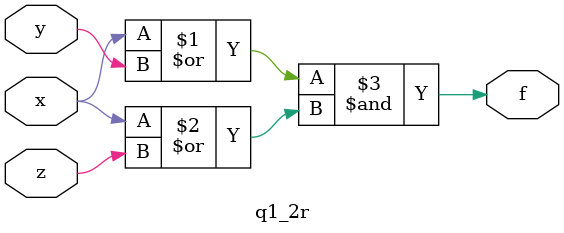
<source format=v>
module q1_2r(x,y,z,f);
input x,y,z;
output f;
assign f = (x|y)&(x|z);
endmodule

</source>
